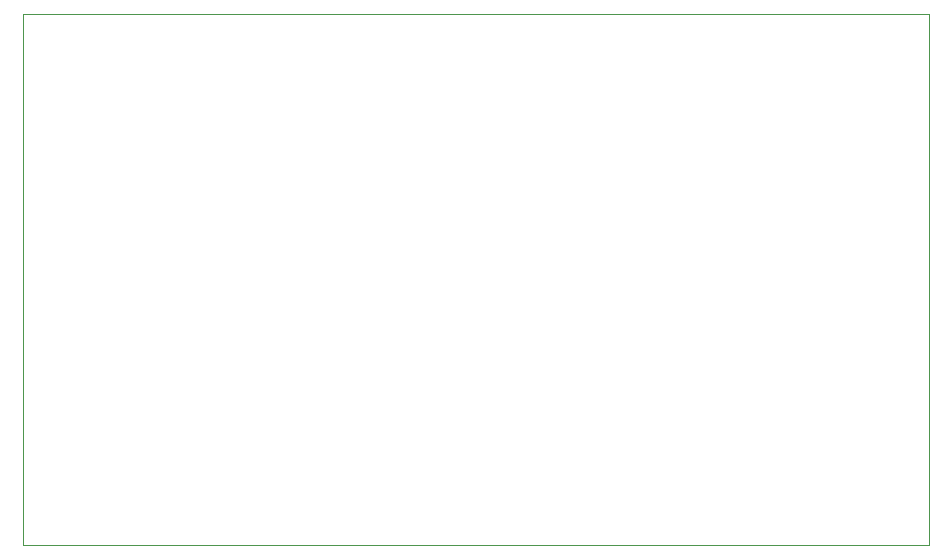
<source format=gbr>
G04 #@! TF.GenerationSoftware,KiCad,Pcbnew,5.1.9*
G04 #@! TF.CreationDate,2021-04-19T03:57:35-04:00*
G04 #@! TF.ProjectId,lm3886_amp_balanced_input,6c6d3338-3836-45f6-916d-705f62616c61,rev?*
G04 #@! TF.SameCoordinates,Original*
G04 #@! TF.FileFunction,Profile,NP*
%FSLAX46Y46*%
G04 Gerber Fmt 4.6, Leading zero omitted, Abs format (unit mm)*
G04 Created by KiCad (PCBNEW 5.1.9) date 2021-04-19 03:57:35*
%MOMM*%
%LPD*%
G01*
G04 APERTURE LIST*
G04 #@! TA.AperFunction,Profile*
%ADD10C,0.100000*%
G04 #@! TD*
G04 APERTURE END LIST*
D10*
X104648000Y-105664000D02*
X104648000Y-60706000D01*
X181356000Y-105664000D02*
X104648000Y-105664000D01*
X181356000Y-60706000D02*
X181356000Y-105664000D01*
X104648000Y-60706000D02*
X181356000Y-60706000D01*
M02*

</source>
